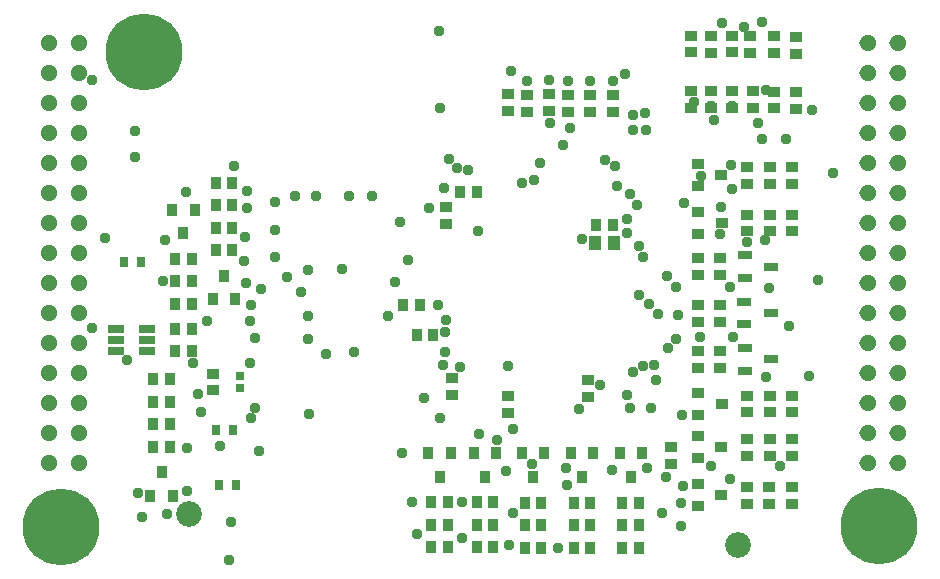
<source format=gbs>
G04*
G04 #@! TF.GenerationSoftware,Altium Limited,Altium Designer,21.8.1 (53)*
G04*
G04 Layer_Color=16711935*
%FSLAX23Y23*%
%MOIN*%
G70*
G04*
G04 #@! TF.SameCoordinates,8759A3D8-4CB3-4D4E-AE8C-DC6529DB4632*
G04*
G04*
G04 #@! TF.FilePolarity,Negative*
G04*
G01*
G75*
%ADD43R,0.041X0.045*%
%ADD46R,0.041X0.037*%
%ADD47R,0.041X0.037*%
%ADD48R,0.037X0.041*%
%ADD49R,0.037X0.041*%
%ADD59C,0.256*%
%ADD60C,0.086*%
%ADD61C,0.037*%
%ADD69R,0.026X0.035*%
%ADD73R,0.041X0.034*%
%ADD74R,0.051X0.030*%
%ADD75R,0.026X0.030*%
%ADD76R,0.054X0.030*%
G36*
X743Y4874D02*
X750Y4871D01*
X756Y4867D01*
X760Y4861D01*
X763Y4854D01*
X764Y4847D01*
X763Y4840D01*
X760Y4833D01*
X756Y4827D01*
X750Y4823D01*
X743Y4820D01*
X736Y4819D01*
X729Y4820D01*
X722Y4823D01*
X716Y4827D01*
X712Y4833D01*
X709Y4840D01*
X708Y4847D01*
X709Y4854D01*
X712Y4861D01*
X716Y4867D01*
X722Y4871D01*
X729Y4874D01*
X736Y4875D01*
X743Y4874D01*
D02*
G37*
G36*
X643D02*
X650Y4871D01*
X656Y4867D01*
X660Y4861D01*
X663Y4854D01*
X664Y4847D01*
X663Y4840D01*
X660Y4833D01*
X656Y4827D01*
X650Y4823D01*
X643Y4820D01*
X636Y4819D01*
X629Y4820D01*
X622Y4823D01*
X616Y4827D01*
X612Y4833D01*
X609Y4840D01*
X608Y4847D01*
X609Y4854D01*
X612Y4861D01*
X616Y4867D01*
X622Y4871D01*
X629Y4874D01*
X636Y4875D01*
X643Y4874D01*
D02*
G37*
G36*
X743Y4774D02*
X750Y4771D01*
X756Y4767D01*
X760Y4761D01*
X763Y4754D01*
X764Y4747D01*
X763Y4740D01*
X760Y4733D01*
X756Y4727D01*
X750Y4723D01*
X743Y4720D01*
X736Y4719D01*
X729Y4720D01*
X722Y4723D01*
X716Y4727D01*
X712Y4733D01*
X709Y4740D01*
X708Y4747D01*
X709Y4754D01*
X712Y4761D01*
X716Y4767D01*
X722Y4771D01*
X729Y4774D01*
X736Y4775D01*
X743Y4774D01*
D02*
G37*
G36*
X643D02*
X650Y4771D01*
X656Y4767D01*
X660Y4761D01*
X663Y4754D01*
X664Y4747D01*
X663Y4740D01*
X660Y4733D01*
X656Y4727D01*
X650Y4723D01*
X643Y4720D01*
X636Y4719D01*
X629Y4720D01*
X622Y4723D01*
X616Y4727D01*
X612Y4733D01*
X609Y4740D01*
X608Y4747D01*
X609Y4754D01*
X612Y4761D01*
X616Y4767D01*
X622Y4771D01*
X629Y4774D01*
X636Y4775D01*
X643Y4774D01*
D02*
G37*
G36*
X743Y4674D02*
X750Y4671D01*
X756Y4667D01*
X760Y4661D01*
X763Y4654D01*
X764Y4647D01*
X763Y4640D01*
X760Y4633D01*
X756Y4627D01*
X750Y4623D01*
X743Y4620D01*
X736Y4619D01*
X729Y4620D01*
X722Y4623D01*
X716Y4627D01*
X712Y4633D01*
X709Y4640D01*
X708Y4647D01*
X709Y4654D01*
X712Y4661D01*
X716Y4667D01*
X722Y4671D01*
X729Y4674D01*
X736Y4675D01*
X743Y4674D01*
D02*
G37*
G36*
X643D02*
X650Y4671D01*
X656Y4667D01*
X660Y4661D01*
X663Y4654D01*
X664Y4647D01*
X663Y4640D01*
X660Y4633D01*
X656Y4627D01*
X650Y4623D01*
X643Y4620D01*
X636Y4619D01*
X629Y4620D01*
X622Y4623D01*
X616Y4627D01*
X612Y4633D01*
X609Y4640D01*
X608Y4647D01*
X609Y4654D01*
X612Y4661D01*
X616Y4667D01*
X622Y4671D01*
X629Y4674D01*
X636Y4675D01*
X643Y4674D01*
D02*
G37*
G36*
X743Y4574D02*
X750Y4571D01*
X756Y4567D01*
X760Y4561D01*
X763Y4554D01*
X764Y4547D01*
X763Y4540D01*
X760Y4533D01*
X756Y4527D01*
X750Y4523D01*
X743Y4520D01*
X736Y4519D01*
X729Y4520D01*
X722Y4523D01*
X716Y4527D01*
X712Y4533D01*
X709Y4540D01*
X708Y4547D01*
X709Y4554D01*
X712Y4561D01*
X716Y4567D01*
X722Y4571D01*
X729Y4574D01*
X736Y4575D01*
X743Y4574D01*
D02*
G37*
G36*
X643D02*
X650Y4571D01*
X656Y4567D01*
X660Y4561D01*
X663Y4554D01*
X664Y4547D01*
X663Y4540D01*
X660Y4533D01*
X656Y4527D01*
X650Y4523D01*
X643Y4520D01*
X636Y4519D01*
X629Y4520D01*
X622Y4523D01*
X616Y4527D01*
X612Y4533D01*
X609Y4540D01*
X608Y4547D01*
X609Y4554D01*
X612Y4561D01*
X616Y4567D01*
X622Y4571D01*
X629Y4574D01*
X636Y4575D01*
X643Y4574D01*
D02*
G37*
G36*
X743Y4474D02*
X750Y4471D01*
X756Y4467D01*
X760Y4461D01*
X763Y4454D01*
X764Y4447D01*
X763Y4440D01*
X760Y4433D01*
X756Y4427D01*
X750Y4423D01*
X743Y4420D01*
X736Y4419D01*
X729Y4420D01*
X722Y4423D01*
X716Y4427D01*
X712Y4433D01*
X709Y4440D01*
X708Y4447D01*
X709Y4454D01*
X712Y4461D01*
X716Y4467D01*
X722Y4471D01*
X729Y4474D01*
X736Y4475D01*
X743Y4474D01*
D02*
G37*
G36*
X643D02*
X650Y4471D01*
X656Y4467D01*
X660Y4461D01*
X663Y4454D01*
X664Y4447D01*
X663Y4440D01*
X660Y4433D01*
X656Y4427D01*
X650Y4423D01*
X643Y4420D01*
X636Y4419D01*
X629Y4420D01*
X622Y4423D01*
X616Y4427D01*
X612Y4433D01*
X609Y4440D01*
X608Y4447D01*
X609Y4454D01*
X612Y4461D01*
X616Y4467D01*
X622Y4471D01*
X629Y4474D01*
X636Y4475D01*
X643Y4474D01*
D02*
G37*
G36*
X743Y4374D02*
X750Y4371D01*
X756Y4367D01*
X760Y4361D01*
X763Y4354D01*
X764Y4347D01*
X763Y4340D01*
X760Y4333D01*
X756Y4327D01*
X750Y4323D01*
X743Y4320D01*
X736Y4319D01*
X729Y4320D01*
X722Y4323D01*
X716Y4327D01*
X712Y4333D01*
X709Y4340D01*
X708Y4347D01*
X709Y4354D01*
X712Y4361D01*
X716Y4367D01*
X722Y4371D01*
X729Y4374D01*
X736Y4375D01*
X743Y4374D01*
D02*
G37*
G36*
X643D02*
X650Y4371D01*
X656Y4367D01*
X660Y4361D01*
X663Y4354D01*
X664Y4347D01*
X663Y4340D01*
X660Y4333D01*
X656Y4327D01*
X650Y4323D01*
X643Y4320D01*
X636Y4319D01*
X629Y4320D01*
X622Y4323D01*
X616Y4327D01*
X612Y4333D01*
X609Y4340D01*
X608Y4347D01*
X609Y4354D01*
X612Y4361D01*
X616Y4367D01*
X622Y4371D01*
X629Y4374D01*
X636Y4375D01*
X643Y4374D01*
D02*
G37*
G36*
X743Y4274D02*
X750Y4271D01*
X756Y4267D01*
X760Y4261D01*
X763Y4254D01*
X764Y4247D01*
X763Y4240D01*
X760Y4233D01*
X756Y4227D01*
X750Y4223D01*
X743Y4220D01*
X736Y4219D01*
X729Y4220D01*
X722Y4223D01*
X716Y4227D01*
X712Y4233D01*
X709Y4240D01*
X708Y4247D01*
X709Y4254D01*
X712Y4261D01*
X716Y4267D01*
X722Y4271D01*
X729Y4274D01*
X736Y4275D01*
X743Y4274D01*
D02*
G37*
G36*
X643D02*
X650Y4271D01*
X656Y4267D01*
X660Y4261D01*
X663Y4254D01*
X664Y4247D01*
X663Y4240D01*
X660Y4233D01*
X656Y4227D01*
X650Y4223D01*
X643Y4220D01*
X636Y4219D01*
X629Y4220D01*
X622Y4223D01*
X616Y4227D01*
X612Y4233D01*
X609Y4240D01*
X608Y4247D01*
X609Y4254D01*
X612Y4261D01*
X616Y4267D01*
X622Y4271D01*
X629Y4274D01*
X636Y4275D01*
X643Y4274D01*
D02*
G37*
G36*
X743Y4174D02*
X750Y4171D01*
X756Y4167D01*
X760Y4161D01*
X763Y4154D01*
X764Y4147D01*
X763Y4140D01*
X760Y4133D01*
X756Y4127D01*
X750Y4123D01*
X743Y4120D01*
X736Y4119D01*
X729Y4120D01*
X722Y4123D01*
X716Y4127D01*
X712Y4133D01*
X709Y4140D01*
X708Y4147D01*
X709Y4154D01*
X712Y4161D01*
X716Y4167D01*
X722Y4171D01*
X729Y4174D01*
X736Y4175D01*
X743Y4174D01*
D02*
G37*
G36*
X643D02*
X650Y4171D01*
X656Y4167D01*
X660Y4161D01*
X663Y4154D01*
X664Y4147D01*
X663Y4140D01*
X660Y4133D01*
X656Y4127D01*
X650Y4123D01*
X643Y4120D01*
X636Y4119D01*
X629Y4120D01*
X622Y4123D01*
X616Y4127D01*
X612Y4133D01*
X609Y4140D01*
X608Y4147D01*
X609Y4154D01*
X612Y4161D01*
X616Y4167D01*
X622Y4171D01*
X629Y4174D01*
X636Y4175D01*
X643Y4174D01*
D02*
G37*
G36*
X743Y4074D02*
X750Y4071D01*
X756Y4067D01*
X760Y4061D01*
X763Y4054D01*
X764Y4047D01*
X763Y4040D01*
X760Y4033D01*
X756Y4027D01*
X750Y4023D01*
X743Y4020D01*
X736Y4019D01*
X729Y4020D01*
X722Y4023D01*
X716Y4027D01*
X712Y4033D01*
X709Y4040D01*
X708Y4047D01*
X709Y4054D01*
X712Y4061D01*
X716Y4067D01*
X722Y4071D01*
X729Y4074D01*
X736Y4075D01*
X743Y4074D01*
D02*
G37*
G36*
X643D02*
X650Y4071D01*
X656Y4067D01*
X660Y4061D01*
X663Y4054D01*
X664Y4047D01*
X663Y4040D01*
X660Y4033D01*
X656Y4027D01*
X650Y4023D01*
X643Y4020D01*
X636Y4019D01*
X629Y4020D01*
X622Y4023D01*
X616Y4027D01*
X612Y4033D01*
X609Y4040D01*
X608Y4047D01*
X609Y4054D01*
X612Y4061D01*
X616Y4067D01*
X622Y4071D01*
X629Y4074D01*
X636Y4075D01*
X643Y4074D01*
D02*
G37*
G36*
X743Y3974D02*
X750Y3971D01*
X756Y3967D01*
X760Y3961D01*
X763Y3954D01*
X764Y3947D01*
X763Y3940D01*
X760Y3933D01*
X756Y3927D01*
X750Y3923D01*
X743Y3920D01*
X736Y3919D01*
X729Y3920D01*
X722Y3923D01*
X716Y3927D01*
X712Y3933D01*
X709Y3940D01*
X708Y3947D01*
X709Y3954D01*
X712Y3961D01*
X716Y3967D01*
X722Y3971D01*
X729Y3974D01*
X736Y3975D01*
X743Y3974D01*
D02*
G37*
G36*
X643D02*
X650Y3971D01*
X656Y3967D01*
X660Y3961D01*
X663Y3954D01*
X664Y3947D01*
X663Y3940D01*
X660Y3933D01*
X656Y3927D01*
X650Y3923D01*
X643Y3920D01*
X636Y3919D01*
X629Y3920D01*
X622Y3923D01*
X616Y3927D01*
X612Y3933D01*
X609Y3940D01*
X608Y3947D01*
X609Y3954D01*
X612Y3961D01*
X616Y3967D01*
X622Y3971D01*
X629Y3974D01*
X636Y3975D01*
X643Y3974D01*
D02*
G37*
G36*
X743Y3874D02*
X750Y3871D01*
X756Y3867D01*
X760Y3861D01*
X763Y3854D01*
X764Y3847D01*
X763Y3840D01*
X760Y3833D01*
X756Y3827D01*
X750Y3823D01*
X743Y3820D01*
X736Y3819D01*
X729Y3820D01*
X722Y3823D01*
X716Y3827D01*
X712Y3833D01*
X709Y3840D01*
X708Y3847D01*
X709Y3854D01*
X712Y3861D01*
X716Y3867D01*
X722Y3871D01*
X729Y3874D01*
X736Y3875D01*
X743Y3874D01*
D02*
G37*
G36*
X643D02*
X650Y3871D01*
X656Y3867D01*
X660Y3861D01*
X663Y3854D01*
X664Y3847D01*
X663Y3840D01*
X660Y3833D01*
X656Y3827D01*
X650Y3823D01*
X643Y3820D01*
X636Y3819D01*
X629Y3820D01*
X622Y3823D01*
X616Y3827D01*
X612Y3833D01*
X609Y3840D01*
X608Y3847D01*
X609Y3854D01*
X612Y3861D01*
X616Y3867D01*
X622Y3871D01*
X629Y3874D01*
X636Y3875D01*
X643Y3874D01*
D02*
G37*
G36*
X743Y3774D02*
X750Y3771D01*
X756Y3767D01*
X760Y3761D01*
X763Y3754D01*
X764Y3747D01*
X763Y3740D01*
X760Y3733D01*
X756Y3727D01*
X750Y3723D01*
X743Y3720D01*
X736Y3719D01*
X729Y3720D01*
X722Y3723D01*
X716Y3727D01*
X712Y3733D01*
X709Y3740D01*
X708Y3747D01*
X709Y3754D01*
X712Y3761D01*
X716Y3767D01*
X722Y3771D01*
X729Y3774D01*
X736Y3775D01*
X743Y3774D01*
D02*
G37*
G36*
X643D02*
X650Y3771D01*
X656Y3767D01*
X660Y3761D01*
X663Y3754D01*
X664Y3747D01*
X663Y3740D01*
X660Y3733D01*
X656Y3727D01*
X650Y3723D01*
X643Y3720D01*
X636Y3719D01*
X629Y3720D01*
X622Y3723D01*
X616Y3727D01*
X612Y3733D01*
X609Y3740D01*
X608Y3747D01*
X609Y3754D01*
X612Y3761D01*
X616Y3767D01*
X622Y3771D01*
X629Y3774D01*
X636Y3775D01*
X643Y3774D01*
D02*
G37*
G36*
X743Y3674D02*
X750Y3671D01*
X756Y3667D01*
X760Y3661D01*
X763Y3654D01*
X764Y3647D01*
X763Y3640D01*
X760Y3633D01*
X756Y3627D01*
X750Y3623D01*
X743Y3620D01*
X736Y3619D01*
X729Y3620D01*
X722Y3623D01*
X716Y3627D01*
X712Y3633D01*
X709Y3640D01*
X708Y3647D01*
X709Y3654D01*
X712Y3661D01*
X716Y3667D01*
X722Y3671D01*
X729Y3674D01*
X736Y3675D01*
X743Y3674D01*
D02*
G37*
G36*
X643D02*
X650Y3671D01*
X656Y3667D01*
X660Y3661D01*
X663Y3654D01*
X664Y3647D01*
X663Y3640D01*
X660Y3633D01*
X656Y3627D01*
X650Y3623D01*
X643Y3620D01*
X636Y3619D01*
X629Y3620D01*
X622Y3623D01*
X616Y3627D01*
X612Y3633D01*
X609Y3640D01*
X608Y3647D01*
X609Y3654D01*
X612Y3661D01*
X616Y3667D01*
X622Y3671D01*
X629Y3674D01*
X636Y3675D01*
X643Y3674D01*
D02*
G37*
G36*
X743Y3574D02*
X750Y3571D01*
X756Y3567D01*
X760Y3561D01*
X763Y3554D01*
X764Y3547D01*
X763Y3540D01*
X760Y3533D01*
X756Y3527D01*
X750Y3523D01*
X743Y3520D01*
X736Y3519D01*
X729Y3520D01*
X722Y3523D01*
X716Y3527D01*
X712Y3533D01*
X709Y3540D01*
X708Y3547D01*
X709Y3554D01*
X712Y3561D01*
X716Y3567D01*
X722Y3571D01*
X729Y3574D01*
X736Y3575D01*
X743Y3574D01*
D02*
G37*
G36*
X643D02*
X650Y3571D01*
X656Y3567D01*
X660Y3561D01*
X663Y3554D01*
X664Y3547D01*
X663Y3540D01*
X660Y3533D01*
X656Y3527D01*
X650Y3523D01*
X643Y3520D01*
X636Y3519D01*
X629Y3520D01*
X622Y3523D01*
X616Y3527D01*
X612Y3533D01*
X609Y3540D01*
X608Y3547D01*
X609Y3554D01*
X612Y3561D01*
X616Y3567D01*
X622Y3571D01*
X629Y3574D01*
X636Y3575D01*
X643Y3574D01*
D02*
G37*
G36*
X743Y3474D02*
X750Y3471D01*
X756Y3467D01*
X760Y3461D01*
X763Y3454D01*
X764Y3447D01*
X763Y3440D01*
X760Y3433D01*
X756Y3427D01*
X750Y3423D01*
X743Y3420D01*
X736Y3419D01*
X729Y3420D01*
X722Y3423D01*
X716Y3427D01*
X712Y3433D01*
X709Y3440D01*
X708Y3447D01*
X709Y3454D01*
X712Y3461D01*
X716Y3467D01*
X722Y3471D01*
X729Y3474D01*
X736Y3475D01*
X743Y3474D01*
D02*
G37*
G36*
X643D02*
X650Y3471D01*
X656Y3467D01*
X660Y3461D01*
X663Y3454D01*
X664Y3447D01*
X663Y3440D01*
X660Y3433D01*
X656Y3427D01*
X650Y3423D01*
X643Y3420D01*
X636Y3419D01*
X629Y3420D01*
X622Y3423D01*
X616Y3427D01*
X612Y3433D01*
X609Y3440D01*
X608Y3447D01*
X609Y3454D01*
X612Y3461D01*
X616Y3467D01*
X622Y3471D01*
X629Y3474D01*
X636Y3475D01*
X643Y3474D01*
D02*
G37*
G36*
X3472Y4874D02*
X3479Y4871D01*
X3485Y4867D01*
X3489Y4861D01*
X3492Y4854D01*
X3493Y4847D01*
X3492Y4840D01*
X3489Y4833D01*
X3485Y4827D01*
X3479Y4823D01*
X3472Y4820D01*
X3465Y4819D01*
X3458Y4820D01*
X3451Y4823D01*
X3445Y4827D01*
X3441Y4833D01*
X3438Y4840D01*
X3437Y4847D01*
X3438Y4854D01*
X3441Y4861D01*
X3445Y4867D01*
X3451Y4871D01*
X3458Y4874D01*
X3465Y4875D01*
X3472Y4874D01*
D02*
G37*
G36*
X3372D02*
X3379Y4871D01*
X3385Y4867D01*
X3389Y4861D01*
X3392Y4854D01*
X3393Y4847D01*
X3392Y4840D01*
X3389Y4833D01*
X3385Y4827D01*
X3379Y4823D01*
X3372Y4820D01*
X3365Y4819D01*
X3358Y4820D01*
X3351Y4823D01*
X3345Y4827D01*
X3341Y4833D01*
X3338Y4840D01*
X3337Y4847D01*
X3338Y4854D01*
X3341Y4861D01*
X3345Y4867D01*
X3351Y4871D01*
X3358Y4874D01*
X3365Y4875D01*
X3372Y4874D01*
D02*
G37*
G36*
X3472Y4774D02*
X3479Y4771D01*
X3485Y4767D01*
X3489Y4761D01*
X3492Y4754D01*
X3493Y4747D01*
X3492Y4740D01*
X3489Y4733D01*
X3485Y4727D01*
X3479Y4723D01*
X3472Y4720D01*
X3465Y4719D01*
X3458Y4720D01*
X3451Y4723D01*
X3445Y4727D01*
X3441Y4733D01*
X3438Y4740D01*
X3437Y4747D01*
X3438Y4754D01*
X3441Y4761D01*
X3445Y4767D01*
X3451Y4771D01*
X3458Y4774D01*
X3465Y4775D01*
X3472Y4774D01*
D02*
G37*
G36*
X3372D02*
X3379Y4771D01*
X3385Y4767D01*
X3389Y4761D01*
X3392Y4754D01*
X3393Y4747D01*
X3392Y4740D01*
X3389Y4733D01*
X3385Y4727D01*
X3379Y4723D01*
X3372Y4720D01*
X3365Y4719D01*
X3358Y4720D01*
X3351Y4723D01*
X3345Y4727D01*
X3341Y4733D01*
X3338Y4740D01*
X3337Y4747D01*
X3338Y4754D01*
X3341Y4761D01*
X3345Y4767D01*
X3351Y4771D01*
X3358Y4774D01*
X3365Y4775D01*
X3372Y4774D01*
D02*
G37*
G36*
X3472Y4674D02*
X3479Y4671D01*
X3485Y4667D01*
X3489Y4661D01*
X3492Y4654D01*
X3493Y4647D01*
X3492Y4640D01*
X3489Y4633D01*
X3485Y4627D01*
X3479Y4623D01*
X3472Y4620D01*
X3465Y4619D01*
X3458Y4620D01*
X3451Y4623D01*
X3445Y4627D01*
X3441Y4633D01*
X3438Y4640D01*
X3437Y4647D01*
X3438Y4654D01*
X3441Y4661D01*
X3445Y4667D01*
X3451Y4671D01*
X3458Y4674D01*
X3465Y4675D01*
X3472Y4674D01*
D02*
G37*
G36*
X3372D02*
X3379Y4671D01*
X3385Y4667D01*
X3389Y4661D01*
X3392Y4654D01*
X3393Y4647D01*
X3392Y4640D01*
X3389Y4633D01*
X3385Y4627D01*
X3379Y4623D01*
X3372Y4620D01*
X3365Y4619D01*
X3358Y4620D01*
X3351Y4623D01*
X3345Y4627D01*
X3341Y4633D01*
X3338Y4640D01*
X3337Y4647D01*
X3338Y4654D01*
X3341Y4661D01*
X3345Y4667D01*
X3351Y4671D01*
X3358Y4674D01*
X3365Y4675D01*
X3372Y4674D01*
D02*
G37*
G36*
X3472Y4574D02*
X3479Y4571D01*
X3485Y4567D01*
X3489Y4561D01*
X3492Y4554D01*
X3493Y4547D01*
X3492Y4540D01*
X3489Y4533D01*
X3485Y4527D01*
X3479Y4523D01*
X3472Y4520D01*
X3465Y4519D01*
X3458Y4520D01*
X3451Y4523D01*
X3445Y4527D01*
X3441Y4533D01*
X3438Y4540D01*
X3437Y4547D01*
X3438Y4554D01*
X3441Y4561D01*
X3445Y4567D01*
X3451Y4571D01*
X3458Y4574D01*
X3465Y4575D01*
X3472Y4574D01*
D02*
G37*
G36*
X3372D02*
X3379Y4571D01*
X3385Y4567D01*
X3389Y4561D01*
X3392Y4554D01*
X3393Y4547D01*
X3392Y4540D01*
X3389Y4533D01*
X3385Y4527D01*
X3379Y4523D01*
X3372Y4520D01*
X3365Y4519D01*
X3358Y4520D01*
X3351Y4523D01*
X3345Y4527D01*
X3341Y4533D01*
X3338Y4540D01*
X3337Y4547D01*
X3338Y4554D01*
X3341Y4561D01*
X3345Y4567D01*
X3351Y4571D01*
X3358Y4574D01*
X3365Y4575D01*
X3372Y4574D01*
D02*
G37*
G36*
X3472Y4474D02*
X3479Y4471D01*
X3485Y4467D01*
X3489Y4461D01*
X3492Y4454D01*
X3493Y4447D01*
X3492Y4440D01*
X3489Y4433D01*
X3485Y4427D01*
X3479Y4423D01*
X3472Y4420D01*
X3465Y4419D01*
X3458Y4420D01*
X3451Y4423D01*
X3445Y4427D01*
X3441Y4433D01*
X3438Y4440D01*
X3437Y4447D01*
X3438Y4454D01*
X3441Y4461D01*
X3445Y4467D01*
X3451Y4471D01*
X3458Y4474D01*
X3465Y4475D01*
X3472Y4474D01*
D02*
G37*
G36*
X3372D02*
X3379Y4471D01*
X3385Y4467D01*
X3389Y4461D01*
X3392Y4454D01*
X3393Y4447D01*
X3392Y4440D01*
X3389Y4433D01*
X3385Y4427D01*
X3379Y4423D01*
X3372Y4420D01*
X3365Y4419D01*
X3358Y4420D01*
X3351Y4423D01*
X3345Y4427D01*
X3341Y4433D01*
X3338Y4440D01*
X3337Y4447D01*
X3338Y4454D01*
X3341Y4461D01*
X3345Y4467D01*
X3351Y4471D01*
X3358Y4474D01*
X3365Y4475D01*
X3372Y4474D01*
D02*
G37*
G36*
X3472Y4374D02*
X3479Y4371D01*
X3485Y4367D01*
X3489Y4361D01*
X3492Y4354D01*
X3493Y4347D01*
X3492Y4340D01*
X3489Y4333D01*
X3485Y4327D01*
X3479Y4323D01*
X3472Y4320D01*
X3465Y4319D01*
X3458Y4320D01*
X3451Y4323D01*
X3445Y4327D01*
X3441Y4333D01*
X3438Y4340D01*
X3437Y4347D01*
X3438Y4354D01*
X3441Y4361D01*
X3445Y4367D01*
X3451Y4371D01*
X3458Y4374D01*
X3465Y4375D01*
X3472Y4374D01*
D02*
G37*
G36*
X3372D02*
X3379Y4371D01*
X3385Y4367D01*
X3389Y4361D01*
X3392Y4354D01*
X3393Y4347D01*
X3392Y4340D01*
X3389Y4333D01*
X3385Y4327D01*
X3379Y4323D01*
X3372Y4320D01*
X3365Y4319D01*
X3358Y4320D01*
X3351Y4323D01*
X3345Y4327D01*
X3341Y4333D01*
X3338Y4340D01*
X3337Y4347D01*
X3338Y4354D01*
X3341Y4361D01*
X3345Y4367D01*
X3351Y4371D01*
X3358Y4374D01*
X3365Y4375D01*
X3372Y4374D01*
D02*
G37*
G36*
X3472Y4274D02*
X3479Y4271D01*
X3485Y4267D01*
X3489Y4261D01*
X3492Y4254D01*
X3493Y4247D01*
X3492Y4240D01*
X3489Y4233D01*
X3485Y4227D01*
X3479Y4223D01*
X3472Y4220D01*
X3465Y4219D01*
X3458Y4220D01*
X3451Y4223D01*
X3445Y4227D01*
X3441Y4233D01*
X3438Y4240D01*
X3437Y4247D01*
X3438Y4254D01*
X3441Y4261D01*
X3445Y4267D01*
X3451Y4271D01*
X3458Y4274D01*
X3465Y4275D01*
X3472Y4274D01*
D02*
G37*
G36*
X3372D02*
X3379Y4271D01*
X3385Y4267D01*
X3389Y4261D01*
X3392Y4254D01*
X3393Y4247D01*
X3392Y4240D01*
X3389Y4233D01*
X3385Y4227D01*
X3379Y4223D01*
X3372Y4220D01*
X3365Y4219D01*
X3358Y4220D01*
X3351Y4223D01*
X3345Y4227D01*
X3341Y4233D01*
X3338Y4240D01*
X3337Y4247D01*
X3338Y4254D01*
X3341Y4261D01*
X3345Y4267D01*
X3351Y4271D01*
X3358Y4274D01*
X3365Y4275D01*
X3372Y4274D01*
D02*
G37*
G36*
X3472Y4174D02*
X3479Y4171D01*
X3485Y4167D01*
X3489Y4161D01*
X3492Y4154D01*
X3493Y4147D01*
X3492Y4140D01*
X3489Y4133D01*
X3485Y4127D01*
X3479Y4123D01*
X3472Y4120D01*
X3465Y4119D01*
X3458Y4120D01*
X3451Y4123D01*
X3445Y4127D01*
X3441Y4133D01*
X3438Y4140D01*
X3437Y4147D01*
X3438Y4154D01*
X3441Y4161D01*
X3445Y4167D01*
X3451Y4171D01*
X3458Y4174D01*
X3465Y4175D01*
X3472Y4174D01*
D02*
G37*
G36*
X3372D02*
X3379Y4171D01*
X3385Y4167D01*
X3389Y4161D01*
X3392Y4154D01*
X3393Y4147D01*
X3392Y4140D01*
X3389Y4133D01*
X3385Y4127D01*
X3379Y4123D01*
X3372Y4120D01*
X3365Y4119D01*
X3358Y4120D01*
X3351Y4123D01*
X3345Y4127D01*
X3341Y4133D01*
X3338Y4140D01*
X3337Y4147D01*
X3338Y4154D01*
X3341Y4161D01*
X3345Y4167D01*
X3351Y4171D01*
X3358Y4174D01*
X3365Y4175D01*
X3372Y4174D01*
D02*
G37*
G36*
X3472Y4074D02*
X3479Y4071D01*
X3485Y4067D01*
X3489Y4061D01*
X3492Y4054D01*
X3493Y4047D01*
X3492Y4040D01*
X3489Y4033D01*
X3485Y4027D01*
X3479Y4023D01*
X3472Y4020D01*
X3465Y4019D01*
X3458Y4020D01*
X3451Y4023D01*
X3445Y4027D01*
X3441Y4033D01*
X3438Y4040D01*
X3437Y4047D01*
X3438Y4054D01*
X3441Y4061D01*
X3445Y4067D01*
X3451Y4071D01*
X3458Y4074D01*
X3465Y4075D01*
X3472Y4074D01*
D02*
G37*
G36*
X3372D02*
X3379Y4071D01*
X3385Y4067D01*
X3389Y4061D01*
X3392Y4054D01*
X3393Y4047D01*
X3392Y4040D01*
X3389Y4033D01*
X3385Y4027D01*
X3379Y4023D01*
X3372Y4020D01*
X3365Y4019D01*
X3358Y4020D01*
X3351Y4023D01*
X3345Y4027D01*
X3341Y4033D01*
X3338Y4040D01*
X3337Y4047D01*
X3338Y4054D01*
X3341Y4061D01*
X3345Y4067D01*
X3351Y4071D01*
X3358Y4074D01*
X3365Y4075D01*
X3372Y4074D01*
D02*
G37*
G36*
X3472Y3974D02*
X3479Y3971D01*
X3485Y3967D01*
X3489Y3961D01*
X3492Y3954D01*
X3493Y3947D01*
X3492Y3940D01*
X3489Y3933D01*
X3485Y3927D01*
X3479Y3923D01*
X3472Y3920D01*
X3465Y3919D01*
X3458Y3920D01*
X3451Y3923D01*
X3445Y3927D01*
X3441Y3933D01*
X3438Y3940D01*
X3437Y3947D01*
X3438Y3954D01*
X3441Y3961D01*
X3445Y3967D01*
X3451Y3971D01*
X3458Y3974D01*
X3465Y3975D01*
X3472Y3974D01*
D02*
G37*
G36*
X3372D02*
X3379Y3971D01*
X3385Y3967D01*
X3389Y3961D01*
X3392Y3954D01*
X3393Y3947D01*
X3392Y3940D01*
X3389Y3933D01*
X3385Y3927D01*
X3379Y3923D01*
X3372Y3920D01*
X3365Y3919D01*
X3358Y3920D01*
X3351Y3923D01*
X3345Y3927D01*
X3341Y3933D01*
X3338Y3940D01*
X3337Y3947D01*
X3338Y3954D01*
X3341Y3961D01*
X3345Y3967D01*
X3351Y3971D01*
X3358Y3974D01*
X3365Y3975D01*
X3372Y3974D01*
D02*
G37*
G36*
X3472Y3874D02*
X3479Y3871D01*
X3485Y3867D01*
X3489Y3861D01*
X3492Y3854D01*
X3493Y3847D01*
X3492Y3840D01*
X3489Y3833D01*
X3485Y3827D01*
X3479Y3823D01*
X3472Y3820D01*
X3465Y3819D01*
X3458Y3820D01*
X3451Y3823D01*
X3445Y3827D01*
X3441Y3833D01*
X3438Y3840D01*
X3437Y3847D01*
X3438Y3854D01*
X3441Y3861D01*
X3445Y3867D01*
X3451Y3871D01*
X3458Y3874D01*
X3465Y3875D01*
X3472Y3874D01*
D02*
G37*
G36*
X3372D02*
X3379Y3871D01*
X3385Y3867D01*
X3389Y3861D01*
X3392Y3854D01*
X3393Y3847D01*
X3392Y3840D01*
X3389Y3833D01*
X3385Y3827D01*
X3379Y3823D01*
X3372Y3820D01*
X3365Y3819D01*
X3358Y3820D01*
X3351Y3823D01*
X3345Y3827D01*
X3341Y3833D01*
X3338Y3840D01*
X3337Y3847D01*
X3338Y3854D01*
X3341Y3861D01*
X3345Y3867D01*
X3351Y3871D01*
X3358Y3874D01*
X3365Y3875D01*
X3372Y3874D01*
D02*
G37*
G36*
X3472Y3774D02*
X3479Y3771D01*
X3485Y3767D01*
X3489Y3761D01*
X3492Y3754D01*
X3493Y3747D01*
X3492Y3740D01*
X3489Y3733D01*
X3485Y3727D01*
X3479Y3723D01*
X3472Y3720D01*
X3465Y3719D01*
X3458Y3720D01*
X3451Y3723D01*
X3445Y3727D01*
X3441Y3733D01*
X3438Y3740D01*
X3437Y3747D01*
X3438Y3754D01*
X3441Y3761D01*
X3445Y3767D01*
X3451Y3771D01*
X3458Y3774D01*
X3465Y3775D01*
X3472Y3774D01*
D02*
G37*
G36*
X3372D02*
X3379Y3771D01*
X3385Y3767D01*
X3389Y3761D01*
X3392Y3754D01*
X3393Y3747D01*
X3392Y3740D01*
X3389Y3733D01*
X3385Y3727D01*
X3379Y3723D01*
X3372Y3720D01*
X3365Y3719D01*
X3358Y3720D01*
X3351Y3723D01*
X3345Y3727D01*
X3341Y3733D01*
X3338Y3740D01*
X3337Y3747D01*
X3338Y3754D01*
X3341Y3761D01*
X3345Y3767D01*
X3351Y3771D01*
X3358Y3774D01*
X3365Y3775D01*
X3372Y3774D01*
D02*
G37*
G36*
X3472Y3674D02*
X3479Y3671D01*
X3485Y3667D01*
X3489Y3661D01*
X3492Y3654D01*
X3493Y3647D01*
X3492Y3640D01*
X3489Y3633D01*
X3485Y3627D01*
X3479Y3623D01*
X3472Y3620D01*
X3465Y3619D01*
X3458Y3620D01*
X3451Y3623D01*
X3445Y3627D01*
X3441Y3633D01*
X3438Y3640D01*
X3437Y3647D01*
X3438Y3654D01*
X3441Y3661D01*
X3445Y3667D01*
X3451Y3671D01*
X3458Y3674D01*
X3465Y3675D01*
X3472Y3674D01*
D02*
G37*
G36*
X3372D02*
X3379Y3671D01*
X3385Y3667D01*
X3389Y3661D01*
X3392Y3654D01*
X3393Y3647D01*
X3392Y3640D01*
X3389Y3633D01*
X3385Y3627D01*
X3379Y3623D01*
X3372Y3620D01*
X3365Y3619D01*
X3358Y3620D01*
X3351Y3623D01*
X3345Y3627D01*
X3341Y3633D01*
X3338Y3640D01*
X3337Y3647D01*
X3338Y3654D01*
X3341Y3661D01*
X3345Y3667D01*
X3351Y3671D01*
X3358Y3674D01*
X3365Y3675D01*
X3372Y3674D01*
D02*
G37*
G36*
X3472Y3574D02*
X3479Y3571D01*
X3485Y3567D01*
X3489Y3561D01*
X3492Y3554D01*
X3493Y3547D01*
X3492Y3540D01*
X3489Y3533D01*
X3485Y3527D01*
X3479Y3523D01*
X3472Y3520D01*
X3465Y3519D01*
X3458Y3520D01*
X3451Y3523D01*
X3445Y3527D01*
X3441Y3533D01*
X3438Y3540D01*
X3437Y3547D01*
X3438Y3554D01*
X3441Y3561D01*
X3445Y3567D01*
X3451Y3571D01*
X3458Y3574D01*
X3465Y3575D01*
X3472Y3574D01*
D02*
G37*
G36*
X3372D02*
X3379Y3571D01*
X3385Y3567D01*
X3389Y3561D01*
X3392Y3554D01*
X3393Y3547D01*
X3392Y3540D01*
X3389Y3533D01*
X3385Y3527D01*
X3379Y3523D01*
X3372Y3520D01*
X3365Y3519D01*
X3358Y3520D01*
X3351Y3523D01*
X3345Y3527D01*
X3341Y3533D01*
X3338Y3540D01*
X3337Y3547D01*
X3338Y3554D01*
X3341Y3561D01*
X3345Y3567D01*
X3351Y3571D01*
X3358Y3574D01*
X3365Y3575D01*
X3372Y3574D01*
D02*
G37*
G36*
X3472Y3474D02*
X3479Y3471D01*
X3485Y3467D01*
X3489Y3461D01*
X3492Y3454D01*
X3493Y3447D01*
X3492Y3440D01*
X3489Y3433D01*
X3485Y3427D01*
X3479Y3423D01*
X3472Y3420D01*
X3465Y3419D01*
X3458Y3420D01*
X3451Y3423D01*
X3445Y3427D01*
X3441Y3433D01*
X3438Y3440D01*
X3437Y3447D01*
X3438Y3454D01*
X3441Y3461D01*
X3445Y3467D01*
X3451Y3471D01*
X3458Y3474D01*
X3465Y3475D01*
X3472Y3474D01*
D02*
G37*
G36*
X3372D02*
X3379Y3471D01*
X3385Y3467D01*
X3389Y3461D01*
X3392Y3454D01*
X3393Y3447D01*
X3392Y3440D01*
X3389Y3433D01*
X3385Y3427D01*
X3379Y3423D01*
X3372Y3420D01*
X3365Y3419D01*
X3358Y3420D01*
X3351Y3423D01*
X3345Y3427D01*
X3341Y3433D01*
X3338Y3440D01*
X3337Y3447D01*
X3338Y3454D01*
X3341Y3461D01*
X3345Y3467D01*
X3351Y3471D01*
X3358Y3474D01*
X3365Y3475D01*
X3372Y3474D01*
D02*
G37*
D43*
X2518Y4180D02*
D03*
X2456D02*
D03*
D46*
X2877Y4406D02*
D03*
X2798Y4443D02*
D03*
Y4369D02*
D03*
X2878Y4247D02*
D03*
X2799Y4284D02*
D03*
Y4210D02*
D03*
X2798Y3303D02*
D03*
Y3377D02*
D03*
X2876Y3340D02*
D03*
X2877Y3500D02*
D03*
X2798Y3537D02*
D03*
Y3463D02*
D03*
X2878Y3644D02*
D03*
X2799Y3682D02*
D03*
Y3607D02*
D03*
D47*
X2166Y4676D02*
D03*
Y4621D02*
D03*
X2964Y4219D02*
D03*
Y4275D02*
D03*
X3114Y4219D02*
D03*
Y4275D02*
D03*
X3114Y3672D02*
D03*
Y3617D02*
D03*
X3113Y4434D02*
D03*
Y4378D02*
D03*
X3113Y3472D02*
D03*
Y3528D02*
D03*
X3112Y3312D02*
D03*
Y3368D02*
D03*
X2775Y4872D02*
D03*
Y4817D02*
D03*
X2775Y4632D02*
D03*
Y4687D02*
D03*
X3039Y4275D02*
D03*
Y4219D02*
D03*
X3039Y3672D02*
D03*
Y3617D02*
D03*
X3038Y4434D02*
D03*
Y4378D02*
D03*
X3038Y3472D02*
D03*
Y3528D02*
D03*
X3037Y3312D02*
D03*
Y3368D02*
D03*
X2844Y4630D02*
D03*
Y4686D02*
D03*
Y4815D02*
D03*
Y4871D02*
D03*
X2911Y4872D02*
D03*
Y4816D02*
D03*
X2911Y4631D02*
D03*
Y4687D02*
D03*
X2874Y4129D02*
D03*
Y4074D02*
D03*
X2874Y3765D02*
D03*
Y3820D02*
D03*
X2874Y3973D02*
D03*
Y3918D02*
D03*
X2982Y4631D02*
D03*
Y4687D02*
D03*
X2799Y4129D02*
D03*
Y4074D02*
D03*
X2799Y3765D02*
D03*
Y3820D02*
D03*
X2799Y3973D02*
D03*
Y3918D02*
D03*
X3054Y4870D02*
D03*
Y4814D02*
D03*
X3054Y4629D02*
D03*
Y4685D02*
D03*
X3127Y4868D02*
D03*
Y4812D02*
D03*
X3127Y4627D02*
D03*
Y4683D02*
D03*
X2515Y4617D02*
D03*
Y4673D02*
D03*
X2440Y4617D02*
D03*
Y4673D02*
D03*
X2365Y4617D02*
D03*
Y4673D02*
D03*
X2301Y4621D02*
D03*
Y4676D02*
D03*
X2230Y4617D02*
D03*
Y4673D02*
D03*
X2166Y3670D02*
D03*
Y3614D02*
D03*
X2964Y3672D02*
D03*
Y3617D02*
D03*
X2963Y4434D02*
D03*
Y4378D02*
D03*
X2963Y3472D02*
D03*
Y3528D02*
D03*
X2962Y3312D02*
D03*
Y3368D02*
D03*
X2974Y4871D02*
D03*
Y4815D02*
D03*
X2432Y3723D02*
D03*
Y3667D02*
D03*
X1980Y3730D02*
D03*
Y3674D02*
D03*
X1958Y4244D02*
D03*
Y4300D02*
D03*
X1184Y3745D02*
D03*
Y3690D02*
D03*
D48*
X2547Y3165D02*
D03*
X2603D02*
D03*
X2603Y3315D02*
D03*
X2547D02*
D03*
X2385Y3240D02*
D03*
X2440D02*
D03*
X2440Y3165D02*
D03*
X2385D02*
D03*
X2221Y3315D02*
D03*
X2277D02*
D03*
X2277Y3165D02*
D03*
X2221D02*
D03*
X2061Y3316D02*
D03*
X2116D02*
D03*
X2116Y3166D02*
D03*
X2061D02*
D03*
X2063Y4350D02*
D03*
X2007D02*
D03*
X1965Y3316D02*
D03*
X1910D02*
D03*
X1910Y3166D02*
D03*
X1965D02*
D03*
X1247Y4307D02*
D03*
X1191D02*
D03*
X1247Y4382D02*
D03*
X1191D02*
D03*
X1191Y4232D02*
D03*
X1247D02*
D03*
X1056Y3978D02*
D03*
X1111D02*
D03*
X1056Y4053D02*
D03*
X1111D02*
D03*
X983Y3502D02*
D03*
X1039D02*
D03*
X983Y3652D02*
D03*
X1039D02*
D03*
X983Y3727D02*
D03*
X1039D02*
D03*
X2603Y3240D02*
D03*
X2547D02*
D03*
X2460Y4240D02*
D03*
X2516D02*
D03*
X2385Y3315D02*
D03*
X2440D02*
D03*
X2221Y3240D02*
D03*
X2277D02*
D03*
X2061Y3241D02*
D03*
X2116D02*
D03*
X1965Y3241D02*
D03*
X1910D02*
D03*
X1861Y3874D02*
D03*
X1917D02*
D03*
X1873Y3975D02*
D03*
X1817D02*
D03*
X1191Y4157D02*
D03*
X1247D02*
D03*
X1112Y3820D02*
D03*
X1057D02*
D03*
X1112Y3895D02*
D03*
X1057D02*
D03*
X1056Y4128D02*
D03*
X1111D02*
D03*
X983Y3577D02*
D03*
X1039D02*
D03*
D49*
X1256Y3993D02*
D03*
X1182D02*
D03*
X1219Y4071D02*
D03*
X1900Y3481D02*
D03*
X1975D02*
D03*
X1938Y3402D02*
D03*
X2088Y3402D02*
D03*
X2126Y3480D02*
D03*
X2051D02*
D03*
X2413Y3400D02*
D03*
X2450Y3479D02*
D03*
X2375D02*
D03*
X2249Y3401D02*
D03*
X2286Y3479D02*
D03*
X2212D02*
D03*
X2575Y3400D02*
D03*
X2612Y3479D02*
D03*
X2538D02*
D03*
X1048Y3338D02*
D03*
X974D02*
D03*
X1011Y3416D02*
D03*
X1083Y4214D02*
D03*
X1121Y4292D02*
D03*
X1046D02*
D03*
D59*
X953Y4816D02*
D03*
X675Y3235D02*
D03*
X3403Y3237D02*
D03*
D60*
X2931Y3174D02*
D03*
X1104Y3277D02*
D03*
D61*
X3250Y4415D02*
D03*
X1788Y4052D02*
D03*
X3023Y4189D02*
D03*
X2961Y4183D02*
D03*
X1959Y3923D02*
D03*
X1933Y3975D02*
D03*
X2806Y3866D02*
D03*
X2474Y3706D02*
D03*
X2401Y3626D02*
D03*
X1948Y3773D02*
D03*
X1956Y3818D02*
D03*
X1956Y3883D02*
D03*
X1028Y3278D02*
D03*
X1141Y3616D02*
D03*
X2953Y4899D02*
D03*
X1342Y4028D02*
D03*
X923Y4555D02*
D03*
Y4467D02*
D03*
X780Y4724D02*
D03*
X2693Y3402D02*
D03*
X1807Y4251D02*
D03*
X1831Y4123D02*
D03*
X1812Y3482D02*
D03*
X1501Y3610D02*
D03*
X1321Y3632D02*
D03*
X1310Y3596D02*
D03*
X1767Y3938D02*
D03*
X1558Y3810D02*
D03*
X1498Y3936D02*
D03*
X1323Y3865D02*
D03*
X1306Y3779D02*
D03*
X3198Y4058D02*
D03*
X3092Y4528D02*
D03*
X2910Y4439D02*
D03*
X2810Y4405D02*
D03*
X2998Y4581D02*
D03*
X3013Y4527D02*
D03*
X3036Y4029D02*
D03*
X2905Y4034D02*
D03*
X2874Y4209D02*
D03*
X2617Y4134D02*
D03*
X2732Y3940D02*
D03*
X780Y3898D02*
D03*
X2230Y4720D02*
D03*
X2177Y4755D02*
D03*
X2214Y4380D02*
D03*
X2252Y4392D02*
D03*
X2307Y4579D02*
D03*
X2348Y4506D02*
D03*
X1297Y4297D02*
D03*
X1885Y3663D02*
D03*
X1864Y3212D02*
D03*
X2334Y3165D02*
D03*
X2168Y3175D02*
D03*
X2012Y3197D02*
D03*
X1654Y3816D02*
D03*
X1611Y4095D02*
D03*
X1308Y3974D02*
D03*
X1306Y3920D02*
D03*
X1714Y4336D02*
D03*
X1635D02*
D03*
X1525D02*
D03*
X1456D02*
D03*
X1389Y4316D02*
D03*
Y4223D02*
D03*
Y4133D02*
D03*
X1498Y4091D02*
D03*
X1429Y4066D02*
D03*
X1477Y4018D02*
D03*
X1498Y3862D02*
D03*
X3026Y4691D02*
D03*
X2911Y4636D02*
D03*
X3178Y4624D02*
D03*
X2844Y4638D02*
D03*
X2786Y4649D02*
D03*
X2622Y4613D02*
D03*
X2489Y4458D02*
D03*
X2853Y4589D02*
D03*
X2627Y4557D02*
D03*
X2582D02*
D03*
X2582Y4608D02*
D03*
X2523Y4438D02*
D03*
X2750Y3369D02*
D03*
X2742Y3314D02*
D03*
X2842Y3437D02*
D03*
X2511Y3425D02*
D03*
X1022Y4192D02*
D03*
X1296Y4355D02*
D03*
X1286Y4121D02*
D03*
X1292Y4048D02*
D03*
X1290Y4202D02*
D03*
X897Y3792D02*
D03*
X2905Y3393D02*
D03*
X1117Y3780D02*
D03*
X2742Y3237D02*
D03*
X2660Y3724D02*
D03*
X2574Y3630D02*
D03*
X2641D02*
D03*
X2595Y4308D02*
D03*
X2754Y4314D02*
D03*
X2912Y4362D02*
D03*
X2877Y4302D02*
D03*
X2573Y4345D02*
D03*
X2528Y4370D02*
D03*
X3170Y3737D02*
D03*
X2726Y3861D02*
D03*
X2665Y3944D02*
D03*
X2654Y3774D02*
D03*
X2636Y3978D02*
D03*
X2601Y4006D02*
D03*
X2697Y4070D02*
D03*
X2725Y4035D02*
D03*
X2616Y3771D02*
D03*
X2582Y3751D02*
D03*
X2562Y3673D02*
D03*
X2679Y3281D02*
D03*
X934Y3346D02*
D03*
X945Y3268D02*
D03*
X2070Y3543D02*
D03*
X2555Y4745D02*
D03*
X2515Y4720D02*
D03*
X1903Y4297D02*
D03*
X2412Y4193D02*
D03*
X2562Y4261D02*
D03*
X1236Y3125D02*
D03*
X1244Y3252D02*
D03*
X2006Y3768D02*
D03*
X1097Y3496D02*
D03*
X1015Y4055D02*
D03*
X2373Y4564D02*
D03*
X3103Y3905D02*
D03*
X2158Y3419D02*
D03*
X1207Y3504D02*
D03*
X1937Y4888D02*
D03*
X1938Y4629D02*
D03*
X1251Y4436D02*
D03*
X1134Y3676D02*
D03*
X1847Y3317D02*
D03*
X2013Y3317D02*
D03*
X2878Y4915D02*
D03*
X3012Y4916D02*
D03*
X1953Y4364D02*
D03*
X2561Y4213D02*
D03*
X2916Y3866D02*
D03*
X3026Y3733D02*
D03*
X2745Y3608D02*
D03*
X3074Y3436D02*
D03*
X2629Y3429D02*
D03*
X2182Y3560D02*
D03*
X2129Y3525D02*
D03*
X2361Y3373D02*
D03*
X2246Y3444D02*
D03*
X2181Y3281D02*
D03*
X1096Y3355D02*
D03*
X1162Y3920D02*
D03*
X1091Y4352D02*
D03*
X2699Y3831D02*
D03*
X2274Y4448D02*
D03*
X823Y4198D02*
D03*
X2359Y3431D02*
D03*
X1939Y3597D02*
D03*
X2166Y3769D02*
D03*
X2603Y4172D02*
D03*
X1970Y4460D02*
D03*
X2034Y4425D02*
D03*
X1995Y4430D02*
D03*
X2440Y4720D02*
D03*
X2365D02*
D03*
X2301Y4724D02*
D03*
X1336Y3487D02*
D03*
X2067Y4220D02*
D03*
D69*
X1201Y3375D02*
D03*
X1258D02*
D03*
X1250Y3556D02*
D03*
X1193D02*
D03*
X944Y4118D02*
D03*
X887D02*
D03*
D73*
X2710Y3499D02*
D03*
Y3443D02*
D03*
D74*
X2953Y3911D02*
D03*
Y3985D02*
D03*
X3042Y3948D02*
D03*
X2955Y3755D02*
D03*
Y3830D02*
D03*
X3044Y3793D02*
D03*
X2955Y4064D02*
D03*
Y4139D02*
D03*
X3044Y4102D02*
D03*
D75*
X1274Y3698D02*
D03*
Y3737D02*
D03*
D76*
X858Y3821D02*
D03*
Y3858D02*
D03*
Y3895D02*
D03*
X961D02*
D03*
Y3858D02*
D03*
Y3821D02*
D03*
M02*

</source>
